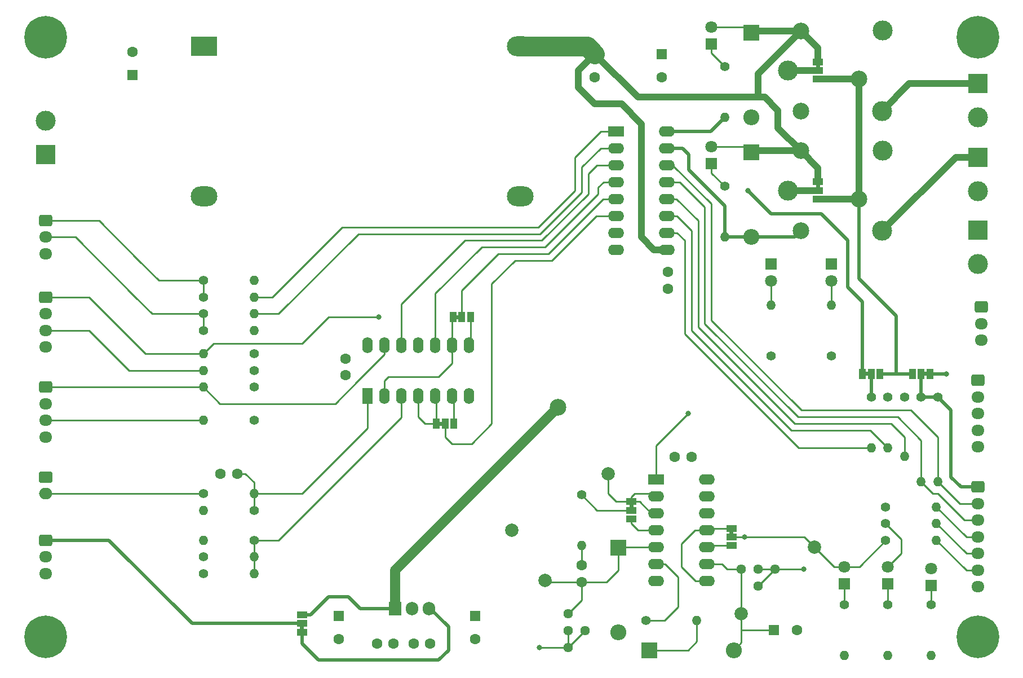
<source format=gbr>
%TF.GenerationSoftware,KiCad,Pcbnew,(6.0.1)*%
%TF.CreationDate,2023-02-05T15:58:29-08:00*%
%TF.ProjectId,Interface Board,496e7465-7266-4616-9365-20426f617264,rev?*%
%TF.SameCoordinates,Original*%
%TF.FileFunction,Copper,L4,Bot*%
%TF.FilePolarity,Positive*%
%FSLAX46Y46*%
G04 Gerber Fmt 4.6, Leading zero omitted, Abs format (unit mm)*
G04 Created by KiCad (PCBNEW (6.0.1)) date 2023-02-05 15:58:29*
%MOMM*%
%LPD*%
G01*
G04 APERTURE LIST*
G04 Aperture macros list*
%AMRoundRect*
0 Rectangle with rounded corners*
0 $1 Rounding radius*
0 $2 $3 $4 $5 $6 $7 $8 $9 X,Y pos of 4 corners*
0 Add a 4 corners polygon primitive as box body*
4,1,4,$2,$3,$4,$5,$6,$7,$8,$9,$2,$3,0*
0 Add four circle primitives for the rounded corners*
1,1,$1+$1,$2,$3*
1,1,$1+$1,$4,$5*
1,1,$1+$1,$6,$7*
1,1,$1+$1,$8,$9*
0 Add four rect primitives between the rounded corners*
20,1,$1+$1,$2,$3,$4,$5,0*
20,1,$1+$1,$4,$5,$6,$7,0*
20,1,$1+$1,$6,$7,$8,$9,0*
20,1,$1+$1,$8,$9,$2,$3,0*%
G04 Aperture macros list end*
%TA.AperFunction,ComponentPad*%
%ADD10C,1.440000*%
%TD*%
%TA.AperFunction,ComponentPad*%
%ADD11C,1.400000*%
%TD*%
%TA.AperFunction,ComponentPad*%
%ADD12O,1.400000X1.400000*%
%TD*%
%TA.AperFunction,ComponentPad*%
%ADD13R,1.800000X1.800000*%
%TD*%
%TA.AperFunction,ComponentPad*%
%ADD14C,1.800000*%
%TD*%
%TA.AperFunction,ComponentPad*%
%ADD15RoundRect,0.250000X-0.725000X0.600000X-0.725000X-0.600000X0.725000X-0.600000X0.725000X0.600000X0*%
%TD*%
%TA.AperFunction,ComponentPad*%
%ADD16O,1.950000X1.700000*%
%TD*%
%TA.AperFunction,ComponentPad*%
%ADD17R,1.600000X1.600000*%
%TD*%
%TA.AperFunction,ComponentPad*%
%ADD18C,1.600000*%
%TD*%
%TA.AperFunction,ComponentPad*%
%ADD19R,3.000000X3.000000*%
%TD*%
%TA.AperFunction,ComponentPad*%
%ADD20C,3.000000*%
%TD*%
%TA.AperFunction,ComponentPad*%
%ADD21R,2.400000X2.400000*%
%TD*%
%TA.AperFunction,ComponentPad*%
%ADD22O,2.400000X2.400000*%
%TD*%
%TA.AperFunction,ComponentPad*%
%ADD23C,2.000000*%
%TD*%
%TA.AperFunction,ComponentPad*%
%ADD24R,4.000000X3.000000*%
%TD*%
%TA.AperFunction,ComponentPad*%
%ADD25O,4.000000X3.000000*%
%TD*%
%TA.AperFunction,ComponentPad*%
%ADD26R,1.905000X2.000000*%
%TD*%
%TA.AperFunction,ComponentPad*%
%ADD27O,1.905000X2.000000*%
%TD*%
%TA.AperFunction,ComponentPad*%
%ADD28C,2.500000*%
%TD*%
%TA.AperFunction,ComponentPad*%
%ADD29R,2.400000X1.600000*%
%TD*%
%TA.AperFunction,ComponentPad*%
%ADD30O,2.400000X1.600000*%
%TD*%
%TA.AperFunction,ComponentPad*%
%ADD31C,0.800000*%
%TD*%
%TA.AperFunction,ComponentPad*%
%ADD32C,6.400000*%
%TD*%
%TA.AperFunction,ComponentPad*%
%ADD33R,1.600000X2.400000*%
%TD*%
%TA.AperFunction,ComponentPad*%
%ADD34O,1.600000X2.400000*%
%TD*%
%TA.AperFunction,ComponentPad*%
%ADD35RoundRect,0.250000X-0.750000X0.600000X-0.750000X-0.600000X0.750000X-0.600000X0.750000X0.600000X0*%
%TD*%
%TA.AperFunction,ComponentPad*%
%ADD36O,2.000000X1.700000*%
%TD*%
%TA.AperFunction,SMDPad,CuDef*%
%ADD37R,1.000000X1.500000*%
%TD*%
%TA.AperFunction,SMDPad,CuDef*%
%ADD38R,1.500000X1.000000*%
%TD*%
%TA.AperFunction,ViaPad*%
%ADD39C,2.500000*%
%TD*%
%TA.AperFunction,ViaPad*%
%ADD40C,0.800000*%
%TD*%
%TA.AperFunction,Conductor*%
%ADD41C,0.250000*%
%TD*%
%TA.AperFunction,Conductor*%
%ADD42C,1.500000*%
%TD*%
%TA.AperFunction,Conductor*%
%ADD43C,1.000000*%
%TD*%
%TA.AperFunction,Conductor*%
%ADD44C,0.500000*%
%TD*%
%TA.AperFunction,Conductor*%
%ADD45C,3.000000*%
%TD*%
G04 APERTURE END LIST*
%TO.C,JP3*%
G36*
X67100000Y52700000D02*
G01*
X66600000Y52700000D01*
X66600000Y53300000D01*
X67100000Y53300000D01*
X67100000Y52700000D01*
G37*
%TO.C,JP1*%
G36*
X121300000Y72400000D02*
G01*
X120700000Y72400000D01*
X120700000Y72900000D01*
X121300000Y72900000D01*
X121300000Y72400000D01*
G37*
%TO.C,JP2*%
G36*
X121300000Y90400000D02*
G01*
X120700000Y90400000D01*
X120700000Y90900000D01*
X121300000Y90900000D01*
X121300000Y90400000D01*
G37*
%TO.C,JP7*%
G36*
X93300000Y24400000D02*
G01*
X92700000Y24400000D01*
X92700000Y24900000D01*
X93300000Y24900000D01*
X93300000Y24400000D01*
G37*
%TO.C,JP5*%
G36*
X128600000Y44200000D02*
G01*
X128100000Y44200000D01*
X128100000Y44800000D01*
X128600000Y44800000D01*
X128600000Y44200000D01*
G37*
%TO.C,JP4*%
G36*
X64600000Y36700000D02*
G01*
X64100000Y36700000D01*
X64100000Y37300000D01*
X64600000Y37300000D01*
X64600000Y36700000D01*
G37*
%TO.C,JP9*%
G36*
X43800000Y6100000D02*
G01*
X43200000Y6100000D01*
X43200000Y6600000D01*
X43800000Y6600000D01*
X43800000Y6100000D01*
G37*
%TO.C,JP6*%
G36*
X108300000Y20400000D02*
G01*
X107700000Y20400000D01*
X107700000Y20900000D01*
X108300000Y20900000D01*
X108300000Y20400000D01*
G37*
%TO.C,JP8*%
G36*
X137400000Y44200000D02*
G01*
X136900000Y44200000D01*
X136900000Y44800000D01*
X137400000Y44800000D01*
X137400000Y44200000D01*
G37*
%TD*%
D10*
%TO.P,RV1,1,1*%
%TO.N,+5V*%
X114550000Y15125000D03*
%TO.P,RV1,2,2*%
X112010000Y15125000D03*
X112010000Y12585000D03*
%TO.P,RV1,3,3*%
%TO.N,Net-(C11-Pad1)*%
X109470000Y15125000D03*
%TD*%
%TO.P,RV2,1,1*%
%TO.N,Net-(C10-Pad2)*%
X83500000Y8500000D03*
%TO.P,RV2,2,2*%
%TO.N,GND*%
X83500000Y5960000D03*
X86040000Y5960000D03*
%TO.P,RV2,3,3*%
X83500000Y3420000D03*
%TD*%
D11*
%TO.P,R1,1*%
%TO.N,Net-(D1-Pad1)*%
X107000000Y72620000D03*
D12*
%TO.P,R1,2*%
%TO.N,Net-(D2-Pad2)*%
X107000000Y65000000D03*
%TD*%
D11*
%TO.P,R26,1*%
%TO.N,Net-(J11-Pad1)*%
X139000000Y41000000D03*
D12*
%TO.P,R26,2*%
%TO.N,Net-(J11-Pad2)*%
X139000000Y28300000D03*
%TD*%
D13*
%TO.P,D3,1,K*%
%TO.N,Net-(D3-Pad1)*%
X105000000Y94000000D03*
D14*
%TO.P,D3,2,A*%
%TO.N,+12V*%
X105000000Y96540000D03*
%TD*%
D15*
%TO.P,J12,1,Pin_1*%
%TO.N,Net-(J12-Pad1)*%
X145000000Y43500000D03*
D16*
%TO.P,J12,2,Pin_2*%
%TO.N,Net-(J12-Pad2)*%
X145000000Y41000000D03*
%TO.P,J12,3,Pin_3*%
%TO.N,Net-(J12-Pad3)*%
X145000000Y38500000D03*
%TO.P,J12,4,Pin_4*%
%TO.N,Net-(J12-Pad4)*%
X145000000Y36000000D03*
%TO.P,J12,5,Pin_5*%
%TO.N,GND*%
X145000000Y33500000D03*
%TD*%
D11*
%TO.P,R9,1*%
%TO.N,Net-(C3-Pad1)*%
X36310000Y24000000D03*
D12*
%TO.P,R9,2*%
%TO.N,+5V*%
X28690000Y24000000D03*
%TD*%
D17*
%TO.P,C11,1*%
%TO.N,Net-(C11-Pad1)*%
X114347349Y6000000D03*
D18*
%TO.P,C11,2*%
%TO.N,GND*%
X117847349Y6000000D03*
%TD*%
%TO.P,C2,1*%
%TO.N,+5V*%
X102000000Y32000000D03*
%TO.P,C2,2*%
%TO.N,GND*%
X99500000Y32000000D03*
%TD*%
D19*
%TO.P,J4,1,Pin_1*%
%TO.N,Net-(J4-Pad1)*%
X145000000Y88040000D03*
D20*
%TO.P,J4,2,Pin_2*%
%TO.N,GND*%
X145000000Y82960000D03*
%TD*%
D21*
%TO.P,D9,1,K*%
%TO.N,Net-(D9-Pad1)*%
X95650000Y3000000D03*
D22*
%TO.P,D9,2,A*%
%TO.N,Net-(C11-Pad1)*%
X108350000Y3000000D03*
%TD*%
D11*
%TO.P,R10,1*%
%TO.N,Net-(J8-Pad2)*%
X28690000Y26500000D03*
D12*
%TO.P,R10,2*%
%TO.N,Net-(C3-Pad1)*%
X36310000Y26500000D03*
%TD*%
D11*
%TO.P,R5,1*%
%TO.N,Net-(J6-Pad1)*%
X114000000Y47190000D03*
D12*
%TO.P,R5,2*%
%TO.N,Net-(D5-Pad2)*%
X114000000Y54810000D03*
%TD*%
D17*
%TO.P,C8,1*%
%TO.N,+24V*%
X18000000Y89347349D03*
D18*
%TO.P,C8,2*%
%TO.N,GND*%
X18000000Y92847349D03*
%TD*%
D23*
%TO.P,TP5,1,1*%
%TO.N,GND*%
X75000000Y21000000D03*
%TD*%
D11*
%TO.P,R16,1*%
%TO.N,Net-(J12-Pad1)*%
X129000000Y41000000D03*
D12*
%TO.P,R16,2*%
%TO.N,Net-(J12-Pad4)*%
X129000000Y33380000D03*
%TD*%
D24*
%TO.P,PS1,1,+Vin*%
%TO.N,+24V*%
X28767500Y93632500D03*
D25*
%TO.P,PS1,2,-Vin*%
%TO.N,GND*%
X28767500Y71132500D03*
%TO.P,PS1,3,-Vout*%
X76267500Y71132500D03*
%TO.P,PS1,4,+Vout*%
%TO.N,+12V*%
X76267500Y93632500D03*
%TD*%
D11*
%TO.P,R19,1*%
%TO.N,Net-(JP7-Pad2)*%
X85500000Y26310000D03*
D12*
%TO.P,R19,2*%
%TO.N,Net-(C10-Pad1)*%
X85500000Y18690000D03*
%TD*%
D11*
%TO.P,R20,1*%
%TO.N,Net-(R20-Pad1)*%
X95190000Y7500000D03*
D12*
%TO.P,R20,2*%
%TO.N,Net-(D9-Pad1)*%
X102810000Y7500000D03*
%TD*%
D11*
%TO.P,R8,1*%
%TO.N,Net-(J6-Pad2)*%
X123000000Y47190000D03*
D12*
%TO.P,R8,2*%
%TO.N,Net-(D6-Pad2)*%
X123000000Y54810000D03*
%TD*%
D13*
%TO.P,D7,1,K*%
%TO.N,Net-(D7-Pad1)*%
X138000000Y12725000D03*
D14*
%TO.P,D7,2,A*%
%TO.N,Net-(D7-Pad2)*%
X138000000Y15265000D03*
%TD*%
D11*
%TO.P,R11,1*%
%TO.N,Net-(D7-Pad1)*%
X138000000Y9810000D03*
D12*
%TO.P,R11,2*%
%TO.N,GND*%
X138000000Y2190000D03*
%TD*%
D11*
%TO.P,R15,1*%
%TO.N,Net-(D8-Pad1)*%
X131500000Y9810000D03*
D12*
%TO.P,R15,2*%
%TO.N,GND*%
X131500000Y2190000D03*
%TD*%
D11*
%TO.P,R25,1*%
%TO.N,Net-(J11-Pad1)*%
X136500000Y41000000D03*
D12*
%TO.P,R25,2*%
%TO.N,Net-(J11-Pad3)*%
X136500000Y28300000D03*
%TD*%
D23*
%TO.P,TP4,1,1*%
%TO.N,Net-(C11-Pad1)*%
X109500000Y8500000D03*
%TD*%
D26*
%TO.P,U3,1,IN*%
%TO.N,+12V*%
X57460000Y9270000D03*
D27*
%TO.P,U3,2,GND*%
%TO.N,GND*%
X60000000Y9270000D03*
%TO.P,U3,3,OUT*%
%TO.N,+5V*%
X62540000Y9270000D03*
%TD*%
D20*
%TO.P,K2,1*%
%TO.N,Net-(JP2-Pad2)*%
X116500000Y90000000D03*
D28*
%TO.P,K2,2*%
%TO.N,Net-(D4-Pad2)*%
X118450000Y83950000D03*
D20*
%TO.P,K2,3*%
%TO.N,Net-(J4-Pad1)*%
X130650000Y83950000D03*
%TO.P,K2,4*%
%TO.N,unconnected-(K2-Pad4)*%
X130700000Y96000000D03*
D28*
%TO.P,K2,5*%
%TO.N,+12V*%
X118450000Y95950000D03*
%TD*%
D11*
%TO.P,R13,1*%
%TO.N,Net-(J9-Pad2)*%
X28690000Y17000000D03*
D12*
%TO.P,R13,2*%
%TO.N,Net-(R12-Pad1)*%
X36310000Y17000000D03*
%TD*%
D29*
%TO.P,U1,1,I1*%
%TO.N,Net-(R27-Pad2)*%
X90700000Y80900000D03*
D30*
%TO.P,U1,2,I2*%
%TO.N,Net-(R28-Pad2)*%
X90700000Y78360000D03*
%TO.P,U1,3,I3*%
%TO.N,Net-(J6-Pad1)*%
X90700000Y75820000D03*
%TO.P,U1,4,I4*%
%TO.N,Net-(J6-Pad2)*%
X90700000Y73280000D03*
%TO.P,U1,5,I5*%
%TO.N,Net-(D7-Pad2)*%
X90700000Y70740000D03*
%TO.P,U1,6,I6*%
%TO.N,Net-(D8-Pad2)*%
X90700000Y68200000D03*
%TO.P,U1,7,I7*%
%TO.N,Net-(D10-Pad2)*%
X90700000Y65660000D03*
%TO.P,U1,8,GND*%
%TO.N,GND*%
X90700000Y63120000D03*
%TO.P,U1,9,COM*%
%TO.N,+12V*%
X98320000Y63120000D03*
%TO.P,U1,10,O7*%
%TO.N,Net-(J12-Pad4)*%
X98320000Y65660000D03*
%TO.P,U1,11,O6*%
%TO.N,Net-(J12-Pad3)*%
X98320000Y68200000D03*
%TO.P,U1,12,O5*%
%TO.N,Net-(J12-Pad2)*%
X98320000Y70740000D03*
%TO.P,U1,13,O4*%
%TO.N,Net-(J11-Pad3)*%
X98320000Y73280000D03*
%TO.P,U1,14,O3*%
%TO.N,Net-(J11-Pad2)*%
X98320000Y75820000D03*
%TO.P,U1,15,O2*%
%TO.N,Net-(D2-Pad2)*%
X98320000Y78360000D03*
%TO.P,U1,16,O1*%
%TO.N,Net-(D4-Pad2)*%
X98320000Y80900000D03*
%TD*%
D21*
%TO.P,D4,1,K*%
%TO.N,+12V*%
X111000000Y95700000D03*
D22*
%TO.P,D4,2,A*%
%TO.N,Net-(D4-Pad2)*%
X111000000Y83000000D03*
%TD*%
D11*
%TO.P,R12,1*%
%TO.N,Net-(R12-Pad1)*%
X36310000Y19500000D03*
D12*
%TO.P,R12,2*%
%TO.N,+5V*%
X28690000Y19500000D03*
%TD*%
D21*
%TO.P,D11,1,K*%
%TO.N,Net-(C10-Pad2)*%
X91000000Y18350000D03*
D22*
%TO.P,D11,2,A*%
%TO.N,GND*%
X91000000Y5650000D03*
%TD*%
D15*
%TO.P,J3,1,Pin_1*%
%TO.N,/RELAY_IN_1*%
X5000000Y67500000D03*
D16*
%TO.P,J3,2,Pin_2*%
%TO.N,/RELAY_IN_2*%
X5000000Y65000000D03*
%TO.P,J3,3,Pin_3*%
%TO.N,GND*%
X5000000Y62500000D03*
%TD*%
D18*
%TO.P,C3,1*%
%TO.N,Net-(C3-Pad1)*%
X33750000Y29500000D03*
%TO.P,C3,2*%
%TO.N,GND*%
X31250000Y29500000D03*
%TD*%
D17*
%TO.P,C6,1*%
%TO.N,+5V*%
X69500000Y8152651D03*
D18*
%TO.P,C6,2*%
%TO.N,GND*%
X69500000Y4652651D03*
%TD*%
D11*
%TO.P,R23,1*%
%TO.N,Net-(D8-Pad2)*%
X131190000Y22000000D03*
D12*
%TO.P,R23,2*%
%TO.N,Net-(J11-Pad5)*%
X138810000Y22000000D03*
%TD*%
D13*
%TO.P,D5,1,K*%
%TO.N,GND*%
X114000000Y61000000D03*
D14*
%TO.P,D5,2,A*%
%TO.N,Net-(D5-Pad2)*%
X114000000Y58460000D03*
%TD*%
D23*
%TO.P,TP3,1,1*%
%TO.N,Net-(C10-Pad2)*%
X80000000Y13500000D03*
%TD*%
D11*
%TO.P,R29,1*%
%TO.N,/RELAY_IN_1*%
X28690000Y58500000D03*
D12*
%TO.P,R29,2*%
%TO.N,GND*%
X36310000Y58500000D03*
%TD*%
D20*
%TO.P,K1,1*%
%TO.N,Net-(JP1-Pad2)*%
X116500000Y72000000D03*
D28*
%TO.P,K1,2*%
%TO.N,Net-(D2-Pad2)*%
X118450000Y65950000D03*
D20*
%TO.P,K1,3*%
%TO.N,Net-(J2-Pad1)*%
X130650000Y65950000D03*
%TO.P,K1,4*%
%TO.N,unconnected-(K1-Pad4)*%
X130700000Y78000000D03*
D28*
%TO.P,K1,5*%
%TO.N,+12V*%
X118450000Y77950000D03*
%TD*%
D19*
%TO.P,J2,1,Pin_1*%
%TO.N,Net-(J2-Pad1)*%
X145000000Y77000000D03*
D20*
%TO.P,J2,2,Pin_2*%
%TO.N,GND*%
X145000000Y71920000D03*
%TD*%
D31*
%TO.P,H5,1*%
%TO.N,N/C*%
X6697056Y93302944D03*
X6697056Y96697056D03*
X7400000Y95000000D03*
D32*
X5000000Y95000000D03*
D31*
X5000000Y97400000D03*
X2600000Y95000000D03*
X3302944Y96697056D03*
X5000000Y92600000D03*
X3302944Y93302944D03*
%TD*%
D15*
%TO.P,J7,1,Pin_1*%
%TO.N,/LSW_Y*%
X5000000Y56000000D03*
D16*
%TO.P,J7,2,Pin_2*%
%TO.N,GND*%
X5000000Y53500000D03*
%TO.P,J7,3,Pin_3*%
%TO.N,Net-(J7-Pad3)*%
X5000000Y51000000D03*
%TO.P,J7,4,Pin_4*%
%TO.N,GND*%
X5000000Y48500000D03*
%TD*%
D13*
%TO.P,D6,1,K*%
%TO.N,GND*%
X123000000Y61000000D03*
D14*
%TO.P,D6,2,A*%
%TO.N,Net-(D6-Pad2)*%
X123000000Y58460000D03*
%TD*%
D11*
%TO.P,R28,1*%
%TO.N,/RELAY_IN_2*%
X28690000Y53500000D03*
D12*
%TO.P,R28,2*%
%TO.N,Net-(R28-Pad2)*%
X36310000Y53500000D03*
%TD*%
D11*
%TO.P,R14,1*%
%TO.N,GND*%
X28690000Y14500000D03*
D12*
%TO.P,R14,2*%
%TO.N,Net-(R12-Pad1)*%
X36310000Y14500000D03*
%TD*%
D31*
%TO.P,H2,1*%
%TO.N,N/C*%
X143302944Y96697056D03*
X145000000Y92600000D03*
X143302944Y93302944D03*
X147400000Y95000000D03*
X146697056Y93302944D03*
X145000000Y97400000D03*
D32*
X145000000Y95000000D03*
D31*
X146697056Y96697056D03*
X142600000Y95000000D03*
%TD*%
D33*
%TO.P,U2,1*%
%TO.N,Net-(C3-Pad1)*%
X53375000Y41200000D03*
D34*
%TO.P,U2,2*%
%TO.N,Net-(JP3-Pad1)*%
X55915000Y41200000D03*
%TO.P,U2,3*%
%TO.N,Net-(R12-Pad1)*%
X58455000Y41200000D03*
%TO.P,U2,4*%
%TO.N,Net-(JP4-Pad1)*%
X60995000Y41200000D03*
%TO.P,U2,5*%
X63535000Y41200000D03*
%TO.P,U2,6*%
%TO.N,Net-(JP4-Pad3)*%
X66075000Y41200000D03*
%TO.P,U2,7,GND*%
%TO.N,GND*%
X68615000Y41200000D03*
%TO.P,U2,8*%
%TO.N,Net-(JP3-Pad3)*%
X68615000Y48820000D03*
%TO.P,U2,9*%
%TO.N,Net-(JP3-Pad1)*%
X66075000Y48820000D03*
%TO.P,U2,10*%
%TO.N,Net-(J6-Pad2)*%
X63535000Y48820000D03*
%TO.P,U2,11*%
%TO.N,/LSW_Y*%
X60995000Y48820000D03*
%TO.P,U2,12*%
%TO.N,Net-(J6-Pad1)*%
X58455000Y48820000D03*
%TO.P,U2,13*%
%TO.N,/LSW_X*%
X55915000Y48820000D03*
%TO.P,U2,14,VCC*%
%TO.N,+5V*%
X53375000Y48820000D03*
%TD*%
D18*
%TO.P,C1,1*%
%TO.N,+12V*%
X98500000Y59750000D03*
%TO.P,C1,2*%
%TO.N,GND*%
X98500000Y57250000D03*
%TD*%
D23*
%TO.P,TP1,1,1*%
%TO.N,Net-(D10-Pad2)*%
X120500000Y18500000D03*
%TD*%
D15*
%TO.P,J5,1,Pin_1*%
%TO.N,/LSW_X*%
X5000000Y42500000D03*
D16*
%TO.P,J5,2,Pin_2*%
%TO.N,GND*%
X5000000Y40000000D03*
%TO.P,J5,3,Pin_3*%
%TO.N,Net-(J5-Pad3)*%
X5000000Y37500000D03*
%TO.P,J5,4,Pin_4*%
%TO.N,GND*%
X5000000Y35000000D03*
%TD*%
D11*
%TO.P,R3,1*%
%TO.N,+5V*%
X36310000Y42500000D03*
D12*
%TO.P,R3,2*%
%TO.N,/LSW_X*%
X28690000Y42500000D03*
%TD*%
D11*
%TO.P,R24,1*%
%TO.N,Net-(D10-Pad2)*%
X131190000Y19500000D03*
D12*
%TO.P,R24,2*%
%TO.N,Net-(J11-Pad6)*%
X138810000Y19500000D03*
%TD*%
D11*
%TO.P,R22,1*%
%TO.N,Net-(D7-Pad2)*%
X131190000Y24500000D03*
D12*
%TO.P,R22,2*%
%TO.N,Net-(J11-Pad4)*%
X138810000Y24500000D03*
%TD*%
D11*
%TO.P,R21,1*%
%TO.N,Net-(D10-Pad1)*%
X125000000Y9810000D03*
D12*
%TO.P,R21,2*%
%TO.N,GND*%
X125000000Y2190000D03*
%TD*%
D18*
%TO.P,C5,1*%
%TO.N,+12V*%
X54750000Y4000000D03*
%TO.P,C5,2*%
%TO.N,GND*%
X57250000Y4000000D03*
%TD*%
D11*
%TO.P,R2,1*%
%TO.N,+5V*%
X36310000Y37500000D03*
D12*
%TO.P,R2,2*%
%TO.N,Net-(J5-Pad3)*%
X28690000Y37500000D03*
%TD*%
D19*
%TO.P,J10,1,Pin_1*%
%TO.N,+12V*%
X145000000Y66040000D03*
D20*
%TO.P,J10,2,Pin_2*%
%TO.N,GND*%
X145000000Y60960000D03*
%TD*%
D17*
%TO.P,C13,1*%
%TO.N,+12V*%
X87500000Y92500000D03*
D18*
%TO.P,C13,2*%
%TO.N,GND*%
X87500000Y89000000D03*
%TD*%
D15*
%TO.P,J11,1,Pin_1*%
%TO.N,Net-(J11-Pad1)*%
X145000000Y27500000D03*
D16*
%TO.P,J11,2,Pin_2*%
%TO.N,Net-(J11-Pad2)*%
X145000000Y25000000D03*
%TO.P,J11,3,Pin_3*%
%TO.N,Net-(J11-Pad3)*%
X145000000Y22500000D03*
%TO.P,J11,4,Pin_4*%
%TO.N,Net-(J11-Pad4)*%
X145000000Y20000000D03*
%TO.P,J11,5,Pin_5*%
%TO.N,Net-(J11-Pad5)*%
X145000000Y17500000D03*
%TO.P,J11,6,Pin_6*%
%TO.N,Net-(J11-Pad6)*%
X145000000Y15000000D03*
%TO.P,J11,7,Pin_7*%
%TO.N,GND*%
X145000000Y12500000D03*
%TD*%
D15*
%TO.P,J6,1,Pin_1*%
%TO.N,Net-(J6-Pad1)*%
X145525000Y54500000D03*
D16*
%TO.P,J6,2,Pin_2*%
%TO.N,Net-(J6-Pad2)*%
X145525000Y52000000D03*
%TO.P,J6,3,Pin_3*%
%TO.N,GND*%
X145525000Y49500000D03*
%TD*%
D29*
%TO.P,U4,1*%
%TO.N,Net-(D8-Pad2)*%
X96700000Y28625000D03*
D30*
%TO.P,U4,2*%
%TO.N,Net-(JP7-Pad1)*%
X96700000Y26085000D03*
%TO.P,U4,3*%
X96700000Y23545000D03*
%TO.P,U4,4*%
%TO.N,Net-(JP7-Pad3)*%
X96700000Y21005000D03*
%TO.P,U4,5*%
%TO.N,Net-(C10-Pad2)*%
X96700000Y18465000D03*
%TO.P,U4,6*%
%TO.N,Net-(R20-Pad1)*%
X96700000Y15925000D03*
%TO.P,U4,7,GND*%
%TO.N,GND*%
X96700000Y13385000D03*
%TO.P,U4,8*%
%TO.N,Net-(JP6-Pad1)*%
X104320000Y13385000D03*
%TO.P,U4,9*%
%TO.N,Net-(C11-Pad1)*%
X104320000Y15925000D03*
%TO.P,U4,10*%
%TO.N,Net-(JP6-Pad3)*%
X104320000Y18465000D03*
%TO.P,U4,11*%
%TO.N,Net-(JP6-Pad1)*%
X104320000Y21005000D03*
%TO.P,U4,12*%
%TO.N,unconnected-(U4-Pad12)*%
X104320000Y23545000D03*
%TO.P,U4,13*%
%TO.N,GND*%
X104320000Y26085000D03*
%TO.P,U4,14,VCC*%
%TO.N,+5V*%
X104320000Y28625000D03*
%TD*%
D11*
%TO.P,R4,1*%
%TO.N,Net-(D3-Pad1)*%
X107000000Y90620000D03*
D12*
%TO.P,R4,2*%
%TO.N,Net-(D4-Pad2)*%
X107000000Y83000000D03*
%TD*%
D17*
%TO.P,C4,1*%
%TO.N,+12V*%
X49000000Y8152651D03*
D18*
%TO.P,C4,2*%
%TO.N,GND*%
X49000000Y4652651D03*
%TD*%
%TO.P,C12,1*%
%TO.N,+5V*%
X50000000Y46750000D03*
%TO.P,C12,2*%
%TO.N,GND*%
X50000000Y44250000D03*
%TD*%
D11*
%TO.P,R30,1*%
%TO.N,/RELAY_IN_2*%
X28690000Y51000000D03*
D12*
%TO.P,R30,2*%
%TO.N,GND*%
X36310000Y51000000D03*
%TD*%
D11*
%TO.P,R18,1*%
%TO.N,Net-(J12-Pad1)*%
X134000000Y41000000D03*
D12*
%TO.P,R18,2*%
%TO.N,Net-(J12-Pad2)*%
X134000000Y32110000D03*
%TD*%
D23*
%TO.P,TP2,1,1*%
%TO.N,Net-(JP7-Pad1)*%
X89500000Y29500000D03*
%TD*%
D11*
%TO.P,R7,1*%
%TO.N,+5V*%
X36310000Y47500000D03*
D12*
%TO.P,R7,2*%
%TO.N,/LSW_Y*%
X28690000Y47500000D03*
%TD*%
D13*
%TO.P,D8,1,K*%
%TO.N,Net-(D8-Pad1)*%
X131500000Y13000000D03*
D14*
%TO.P,D8,2,A*%
%TO.N,Net-(D8-Pad2)*%
X131500000Y15540000D03*
%TD*%
D17*
%TO.P,C9,1*%
%TO.N,+24V*%
X97500000Y92500000D03*
D18*
%TO.P,C9,2*%
%TO.N,GND*%
X97500000Y89000000D03*
%TD*%
D11*
%TO.P,R6,1*%
%TO.N,+5V*%
X36310000Y45000000D03*
D12*
%TO.P,R6,2*%
%TO.N,Net-(J7-Pad3)*%
X28690000Y45000000D03*
%TD*%
D19*
%TO.P,J1,1,Pin_1*%
%TO.N,+24V*%
X5000000Y77420000D03*
D20*
%TO.P,J1,2,Pin_2*%
%TO.N,GND*%
X5000000Y82500000D03*
%TD*%
D31*
%TO.P,H6,1*%
%TO.N,N/C*%
X5000000Y2600000D03*
X2600000Y5000000D03*
X5000000Y7400000D03*
X6697056Y3302944D03*
X3302944Y6697056D03*
X6697056Y6697056D03*
X7400000Y5000000D03*
X3302944Y3302944D03*
D32*
X5000000Y5000000D03*
%TD*%
D13*
%TO.P,D1,1,K*%
%TO.N,Net-(D1-Pad1)*%
X105000000Y76000000D03*
D14*
%TO.P,D1,2,A*%
%TO.N,+12V*%
X105000000Y78540000D03*
%TD*%
D15*
%TO.P,J9,1,Pin_1*%
%TO.N,Net-(J9-Pad1)*%
X5000000Y19500000D03*
D16*
%TO.P,J9,2,Pin_2*%
%TO.N,Net-(J9-Pad2)*%
X5000000Y17000000D03*
%TO.P,J9,3,Pin_3*%
%TO.N,GND*%
X5000000Y14500000D03*
%TD*%
D35*
%TO.P,J8,1,Pin_1*%
%TO.N,GND*%
X5000000Y29000000D03*
D36*
%TO.P,J8,2,Pin_2*%
%TO.N,Net-(J8-Pad2)*%
X5000000Y26500000D03*
%TD*%
D11*
%TO.P,R27,1*%
%TO.N,/RELAY_IN_1*%
X28690000Y56000000D03*
D12*
%TO.P,R27,2*%
%TO.N,Net-(R27-Pad2)*%
X36310000Y56000000D03*
%TD*%
D18*
%TO.P,C7,1*%
%TO.N,+5V*%
X62750000Y4000000D03*
%TO.P,C7,2*%
%TO.N,GND*%
X60250000Y4000000D03*
%TD*%
D31*
%TO.P,H1,1*%
%TO.N,N/C*%
X146697056Y3302944D03*
X147400000Y5000000D03*
X143302944Y3302944D03*
X142600000Y5000000D03*
X145000000Y2600000D03*
X146697056Y6697056D03*
X145000000Y7400000D03*
X143302944Y6697056D03*
D32*
X145000000Y5000000D03*
%TD*%
D21*
%TO.P,D2,1,K*%
%TO.N,+12V*%
X111000000Y77700000D03*
D22*
%TO.P,D2,2,A*%
%TO.N,Net-(D2-Pad2)*%
X111000000Y65000000D03*
%TD*%
D13*
%TO.P,D10,1,K*%
%TO.N,Net-(D10-Pad1)*%
X125000000Y13000000D03*
D14*
%TO.P,D10,2,A*%
%TO.N,Net-(D10-Pad2)*%
X125000000Y15540000D03*
%TD*%
D11*
%TO.P,R17,1*%
%TO.N,Net-(J12-Pad1)*%
X131500000Y41000000D03*
D12*
%TO.P,R17,2*%
%TO.N,Net-(J12-Pad3)*%
X131500000Y33380000D03*
%TD*%
D18*
%TO.P,C10,1*%
%TO.N,Net-(C10-Pad1)*%
X85500000Y15750000D03*
%TO.P,C10,2*%
%TO.N,Net-(C10-Pad2)*%
X85500000Y13250000D03*
%TD*%
D37*
%TO.P,JP3,1,A*%
%TO.N,Net-(JP3-Pad1)*%
X66200000Y53000000D03*
%TO.P,JP3,2,C*%
%TO.N,Net-(D7-Pad2)*%
X67500000Y53000000D03*
%TO.P,JP3,3,B*%
%TO.N,Net-(JP3-Pad3)*%
X68800000Y53000000D03*
%TD*%
D38*
%TO.P,JP1,1,A*%
%TO.N,+12V*%
X121000000Y73300000D03*
%TO.P,JP1,2,C*%
%TO.N,Net-(JP1-Pad2)*%
X121000000Y72000000D03*
%TO.P,JP1,3,B*%
%TO.N,+24V*%
X121000000Y70700000D03*
%TD*%
%TO.P,JP2,1,A*%
%TO.N,+12V*%
X121000000Y91300000D03*
%TO.P,JP2,2,C*%
%TO.N,Net-(JP2-Pad2)*%
X121000000Y90000000D03*
%TO.P,JP2,3,B*%
%TO.N,+24V*%
X121000000Y88700000D03*
%TD*%
%TO.P,JP7,1,A*%
%TO.N,Net-(JP7-Pad1)*%
X93000000Y25300000D03*
%TO.P,JP7,2,C*%
%TO.N,Net-(JP7-Pad2)*%
X93000000Y24000000D03*
%TO.P,JP7,3,B*%
%TO.N,Net-(JP7-Pad3)*%
X93000000Y22700000D03*
%TD*%
D37*
%TO.P,JP5,1,A*%
%TO.N,+12V*%
X127700000Y44500000D03*
%TO.P,JP5,2,C*%
%TO.N,Net-(J12-Pad1)*%
X129000000Y44500000D03*
%TO.P,JP5,3,B*%
%TO.N,+24V*%
X130300000Y44500000D03*
%TD*%
%TO.P,JP4,1,A*%
%TO.N,Net-(JP4-Pad1)*%
X63700000Y37000000D03*
%TO.P,JP4,2,C*%
%TO.N,Net-(D8-Pad2)*%
X65000000Y37000000D03*
%TO.P,JP4,3,B*%
%TO.N,Net-(JP4-Pad3)*%
X66300000Y37000000D03*
%TD*%
D38*
%TO.P,JP9,1,A*%
%TO.N,+5V*%
X43500000Y5700000D03*
%TO.P,JP9,2,C*%
%TO.N,Net-(J9-Pad1)*%
X43500000Y7000000D03*
%TO.P,JP9,3,B*%
%TO.N,+12V*%
X43500000Y8300000D03*
%TD*%
%TO.P,JP6,1,A*%
%TO.N,Net-(JP6-Pad1)*%
X108000000Y21300000D03*
%TO.P,JP6,2,C*%
%TO.N,Net-(D10-Pad2)*%
X108000000Y20000000D03*
%TO.P,JP6,3,B*%
%TO.N,Net-(JP6-Pad3)*%
X108000000Y18700000D03*
%TD*%
D37*
%TO.P,JP8,1,A*%
%TO.N,+5V*%
X137800000Y44500000D03*
%TO.P,JP8,2,C*%
%TO.N,Net-(J11-Pad1)*%
X136500000Y44500000D03*
%TO.P,JP8,3,B*%
%TO.N,+24V*%
X135200000Y44500000D03*
%TD*%
D39*
%TO.N,+12V*%
X82000000Y39500000D03*
D40*
X110500000Y72000000D03*
%TO.N,GND*%
X79175000Y3420000D03*
%TO.N,+5V*%
X140300000Y44500000D03*
X118875000Y15125000D03*
D39*
%TO.N,+24V*%
X127200000Y88700000D03*
X127200000Y70700000D03*
D40*
%TO.N,Net-(D10-Pad2)*%
X110000000Y20000000D03*
%TO.N,/LSW_Y*%
X55000000Y53000000D03*
%TO.N,Net-(D8-Pad2)*%
X101500000Y38500000D03*
%TD*%
D41*
%TO.N,+5V*%
X112010000Y15125000D02*
X114550000Y15125000D01*
%TO.N,GND*%
X83500000Y5960000D02*
X83500000Y3420000D01*
D42*
%TO.N,+12V*%
X57460000Y9270000D02*
X57460000Y14960000D01*
D43*
X121000000Y73300000D02*
X121000000Y75400000D01*
D41*
X105000000Y78540000D02*
X110160000Y78540000D01*
D42*
X57460000Y14960000D02*
X82000000Y39500000D01*
D43*
X115000000Y84000000D02*
X115000000Y81400000D01*
X112000000Y86000000D02*
X112000000Y89500000D01*
X118450000Y95950000D02*
X111250000Y95950000D01*
D44*
X43500000Y8300000D02*
X44800000Y8300000D01*
X125500000Y57500000D02*
X125500000Y64500000D01*
D43*
X115000000Y81400000D02*
X118450000Y77950000D01*
D41*
X105000000Y96540000D02*
X110160000Y96540000D01*
D44*
X121500000Y68500000D02*
X114000000Y68500000D01*
X50500000Y11000000D02*
X52230000Y9270000D01*
D43*
X112000000Y86000000D02*
X113000000Y86000000D01*
X94500000Y82000000D02*
X91500000Y85000000D01*
X121000000Y75400000D02*
X118450000Y77950000D01*
D41*
X110160000Y96540000D02*
X111000000Y95700000D01*
D43*
X111250000Y77950000D02*
X111000000Y77700000D01*
X85000000Y87500000D02*
X85000000Y90000000D01*
X121000000Y91300000D02*
X121000000Y93400000D01*
D45*
X86367500Y93632500D02*
X87500000Y92500000D01*
D44*
X114000000Y68500000D02*
X110500000Y72000000D01*
D43*
X87500000Y85000000D02*
X85000000Y87500000D01*
X113000000Y86000000D02*
X115000000Y84000000D01*
D44*
X47500000Y11000000D02*
X50500000Y11000000D01*
X127700000Y44500000D02*
X127700000Y55300000D01*
D43*
X96380000Y63120000D02*
X94500000Y65000000D01*
X118450000Y95950000D02*
X112750000Y90250000D01*
X118450000Y77950000D02*
X111250000Y77950000D01*
X94000000Y86000000D02*
X87500000Y92500000D01*
X106000000Y86000000D02*
X94000000Y86000000D01*
X106000000Y86000000D02*
X112000000Y86000000D01*
X111250000Y95950000D02*
X111000000Y95700000D01*
D41*
X110160000Y78540000D02*
X111000000Y77700000D01*
D43*
X98320000Y63120000D02*
X96380000Y63120000D01*
X121000000Y93400000D02*
X118450000Y95950000D01*
D44*
X127700000Y55300000D02*
X125500000Y57500000D01*
D43*
X91500000Y85000000D02*
X87500000Y85000000D01*
X94500000Y65000000D02*
X94500000Y82000000D01*
X112000000Y89500000D02*
X112750000Y90250000D01*
D45*
X76267500Y93632500D02*
X86367500Y93632500D01*
D44*
X52230000Y9270000D02*
X57460000Y9270000D01*
D43*
X85000000Y90000000D02*
X87500000Y92500000D01*
D44*
X44800000Y8300000D02*
X47500000Y11000000D01*
X125500000Y64500000D02*
X121500000Y68500000D01*
D41*
%TO.N,GND*%
X83500000Y3420000D02*
X79175000Y3420000D01*
X83500000Y3420000D02*
X86040000Y5960000D01*
D44*
%TO.N,+5V*%
X43500000Y4000000D02*
X46000000Y1500000D01*
D41*
X114550000Y15125000D02*
X118875000Y15125000D01*
X112010000Y12585000D02*
X114550000Y15125000D01*
D44*
X64000000Y1500000D02*
X65500000Y3000000D01*
X137800000Y44500000D02*
X140300000Y44500000D01*
X62730000Y9270000D02*
X62540000Y9270000D01*
X46000000Y1500000D02*
X64000000Y1500000D01*
X65500000Y3000000D02*
X65500000Y6500000D01*
X65500000Y6500000D02*
X62730000Y9270000D01*
X43500000Y5700000D02*
X43500000Y4000000D01*
D41*
%TO.N,Net-(C3-Pad1)*%
X36310000Y24000000D02*
X36310000Y26500000D01*
X33750000Y29500000D02*
X35000000Y29500000D01*
X43500000Y26500000D02*
X53375000Y36375000D01*
X53375000Y36375000D02*
X53375000Y41200000D01*
X35000000Y29500000D02*
X36310000Y28190000D01*
X36310000Y28190000D02*
X36310000Y26500000D01*
X36310000Y26500000D02*
X43500000Y26500000D01*
%TO.N,Net-(D1-Pad1)*%
X105000000Y74620000D02*
X107000000Y72620000D01*
X105000000Y76000000D02*
X105000000Y74620000D01*
%TO.N,Net-(D3-Pad1)*%
X105000000Y94000000D02*
X105000000Y92620000D01*
X105000000Y92620000D02*
X107000000Y90620000D01*
D44*
%TO.N,+24V*%
X127200000Y58800000D02*
X127200000Y70700000D01*
X132800000Y44500000D02*
X132800000Y53200000D01*
X130300000Y44500000D02*
X132800000Y44500000D01*
D43*
X121000000Y70700000D02*
X127200000Y70700000D01*
X127200000Y88700000D02*
X127200000Y70700000D01*
D44*
X132800000Y44500000D02*
X135200000Y44500000D01*
D43*
X121000000Y88700000D02*
X127200000Y88700000D01*
D44*
X132800000Y53200000D02*
X127200000Y58800000D01*
D43*
%TO.N,Net-(J2-Pad1)*%
X141700000Y77000000D02*
X145000000Y77000000D01*
X130650000Y65950000D02*
X141700000Y77000000D01*
%TO.N,Net-(J4-Pad1)*%
X130650000Y83950000D02*
X134740000Y88040000D01*
X134740000Y88040000D02*
X145000000Y88040000D01*
D41*
%TO.N,Net-(J5-Pad3)*%
X28690000Y37500000D02*
X5000000Y37500000D01*
%TO.N,Net-(J7-Pad3)*%
X11500000Y51000000D02*
X5000000Y51000000D01*
X17500000Y45000000D02*
X11500000Y51000000D01*
X28690000Y45000000D02*
X17500000Y45000000D01*
%TO.N,Net-(J8-Pad2)*%
X5000000Y26500000D02*
X28690000Y26500000D01*
D43*
%TO.N,Net-(JP1-Pad2)*%
X121000000Y72000000D02*
X116500000Y72000000D01*
%TO.N,Net-(JP2-Pad2)*%
X121000000Y90000000D02*
X116500000Y90000000D01*
D41*
%TO.N,Net-(JP3-Pad1)*%
X66075000Y52875000D02*
X66200000Y53000000D01*
X66075000Y48820000D02*
X66075000Y52875000D01*
X56500000Y44000000D02*
X64000000Y44000000D01*
X55915000Y41200000D02*
X55915000Y43415000D01*
X66075000Y46075000D02*
X66075000Y48820000D01*
X64000000Y44000000D02*
X66075000Y46075000D01*
X55915000Y43415000D02*
X56500000Y44000000D01*
%TO.N,Net-(JP3-Pad3)*%
X68800000Y53000000D02*
X68800000Y49005000D01*
X68800000Y49005000D02*
X68615000Y48820000D01*
%TO.N,Net-(JP4-Pad1)*%
X62000000Y37000000D02*
X63700000Y37000000D01*
X60995000Y38005000D02*
X62000000Y37000000D01*
X63700000Y41035000D02*
X63535000Y41200000D01*
X63700000Y37000000D02*
X63700000Y41035000D01*
X60995000Y41200000D02*
X60995000Y38005000D01*
%TO.N,Net-(JP4-Pad3)*%
X66300000Y40975000D02*
X66075000Y41200000D01*
X66300000Y37000000D02*
X66300000Y40975000D01*
%TO.N,Net-(R12-Pad1)*%
X40000000Y19500000D02*
X36310000Y19500000D01*
X58455000Y41200000D02*
X58455000Y37955000D01*
X36310000Y14500000D02*
X36310000Y19500000D01*
X58455000Y37955000D02*
X40000000Y19500000D01*
%TO.N,Net-(C10-Pad1)*%
X85500000Y15750000D02*
X85500000Y18690000D01*
%TO.N,Net-(C10-Pad2)*%
X91115000Y18465000D02*
X91000000Y18350000D01*
X96700000Y18465000D02*
X91115000Y18465000D01*
X85500000Y13250000D02*
X85500000Y10500000D01*
X91000000Y15000000D02*
X89250000Y13250000D01*
X80250000Y13250000D02*
X80000000Y13500000D01*
X85500000Y13250000D02*
X80250000Y13250000D01*
X85500000Y10500000D02*
X83500000Y8500000D01*
X89250000Y13250000D02*
X85500000Y13250000D01*
X91000000Y18350000D02*
X91000000Y15000000D01*
%TO.N,Net-(C11-Pad1)*%
X109470000Y15125000D02*
X107375000Y15125000D01*
X109470000Y15125000D02*
X109470000Y5970000D01*
X112000000Y6000000D02*
X109500000Y6000000D01*
X109470000Y4120000D02*
X108350000Y3000000D01*
X109500000Y6000000D02*
X109470000Y5970000D01*
X104320000Y15925000D02*
X106575000Y15925000D01*
X109470000Y5970000D02*
X109470000Y4120000D01*
X114347349Y6000000D02*
X112000000Y6000000D01*
X106575000Y15925000D02*
X107375000Y15125000D01*
%TO.N,Net-(D9-Pad1)*%
X101500000Y3000000D02*
X102810000Y4310000D01*
X95650000Y3000000D02*
X101500000Y3000000D01*
X102810000Y4310000D02*
X102810000Y7500000D01*
%TO.N,Net-(D10-Pad2)*%
X108000000Y20000000D02*
X113000000Y20000000D01*
X120500000Y18500000D02*
X119000000Y20000000D01*
X131190000Y19500000D02*
X127230000Y15540000D01*
X125000000Y15540000D02*
X123460000Y15540000D01*
X123460000Y15540000D02*
X120500000Y18500000D01*
X127230000Y15540000D02*
X125000000Y15540000D01*
X119000000Y20000000D02*
X113000000Y20000000D01*
%TO.N,Net-(D10-Pad1)*%
X125000000Y13000000D02*
X125000000Y9810000D01*
D44*
%TO.N,Net-(J12-Pad1)*%
X129000000Y41000000D02*
X129000000Y44500000D01*
D41*
%TO.N,Net-(JP6-Pad1)*%
X102505000Y21005000D02*
X100500000Y19000000D01*
X108000000Y21300000D02*
X104615000Y21300000D01*
X104320000Y21005000D02*
X102505000Y21005000D01*
X102615000Y13385000D02*
X104320000Y13385000D01*
X100500000Y15500000D02*
X102615000Y13385000D01*
X100500000Y19000000D02*
X100500000Y15500000D01*
X104615000Y21300000D02*
X104320000Y21005000D01*
%TO.N,Net-(JP6-Pad3)*%
X108000000Y18700000D02*
X104555000Y18700000D01*
X104555000Y18700000D02*
X104320000Y18465000D01*
%TO.N,Net-(JP7-Pad1)*%
X96285000Y26500000D02*
X96700000Y26085000D01*
X93000000Y26000000D02*
X93500000Y26500000D01*
X93500000Y26500000D02*
X96285000Y26500000D01*
X89500000Y26500000D02*
X89500000Y29500000D01*
X93000000Y25300000D02*
X93000000Y26000000D01*
X90700000Y25300000D02*
X89500000Y26500000D01*
X96700000Y23545000D02*
X95955000Y23545000D01*
X94200000Y25300000D02*
X93000000Y25300000D01*
X95955000Y23545000D02*
X94200000Y25300000D01*
X93000000Y25300000D02*
X90700000Y25300000D01*
%TO.N,Net-(JP7-Pad2)*%
X87810000Y24000000D02*
X85500000Y26310000D01*
X93000000Y24000000D02*
X87810000Y24000000D01*
%TO.N,Net-(JP7-Pad3)*%
X96700000Y21005000D02*
X93995000Y21005000D01*
X93995000Y21005000D02*
X93000000Y22000000D01*
X93000000Y22000000D02*
X93000000Y22700000D01*
%TO.N,Net-(R20-Pad1)*%
X98075000Y15925000D02*
X100000000Y14000000D01*
X96700000Y15925000D02*
X98075000Y15925000D01*
X100000000Y14000000D02*
X100000000Y9500000D01*
X100000000Y9500000D02*
X98000000Y7500000D01*
X98000000Y7500000D02*
X95190000Y7500000D01*
D44*
%TO.N,Net-(D2-Pad2)*%
X107000000Y65000000D02*
X117500000Y65000000D01*
X117500000Y65000000D02*
X118450000Y65950000D01*
X98320000Y78360000D02*
X100640000Y78360000D01*
X107000000Y69680000D02*
X107000000Y65000000D01*
X101590000Y77410000D02*
X101590000Y75090000D01*
X101590000Y75090000D02*
X107000000Y69680000D01*
X100640000Y78360000D02*
X101590000Y77410000D01*
%TO.N,Net-(D4-Pad2)*%
X104900000Y80900000D02*
X107000000Y83000000D01*
X98320000Y80900000D02*
X104900000Y80900000D01*
D41*
%TO.N,Net-(R27-Pad2)*%
X90700000Y80900000D02*
X88400000Y80900000D01*
X79000000Y66500000D02*
X49500000Y66500000D01*
X49500000Y66500000D02*
X39000000Y56000000D01*
X88400000Y80900000D02*
X84500000Y77000000D01*
X84500000Y77000000D02*
X84500000Y72000000D01*
X39000000Y56000000D02*
X36310000Y56000000D01*
X84500000Y72000000D02*
X79000000Y66500000D01*
%TO.N,Net-(R28-Pad2)*%
X40000000Y53500000D02*
X36310000Y53500000D01*
X85500000Y75500000D02*
X85500000Y71750000D01*
X90700000Y78360000D02*
X88360000Y78360000D01*
X85500000Y71750000D02*
X79250000Y65500000D01*
X52000000Y65500000D02*
X40000000Y53500000D01*
X88360000Y78360000D02*
X85500000Y75500000D01*
X79250000Y65500000D02*
X52000000Y65500000D01*
%TO.N,/RELAY_IN_1*%
X22000000Y58500000D02*
X19000000Y61500000D01*
X13000000Y67500000D02*
X19000000Y61500000D01*
X28690000Y56000000D02*
X28690000Y58500000D01*
X5000000Y67500000D02*
X13000000Y67500000D01*
X28690000Y58500000D02*
X22000000Y58500000D01*
%TO.N,/RELAY_IN_2*%
X18500000Y56000000D02*
X21000000Y53500000D01*
X9500000Y65000000D02*
X18500000Y56000000D01*
X28690000Y53500000D02*
X28690000Y51000000D01*
X21000000Y53500000D02*
X28690000Y53500000D01*
X5000000Y65000000D02*
X9500000Y65000000D01*
%TO.N,/LSW_X*%
X52000000Y43500000D02*
X55915000Y47415000D01*
X55915000Y47415000D02*
X55915000Y48820000D01*
X48500000Y40000000D02*
X52000000Y43500000D01*
X28690000Y42500000D02*
X31190000Y40000000D01*
X31190000Y40000000D02*
X48500000Y40000000D01*
X28690000Y42500000D02*
X5000000Y42500000D01*
%TO.N,/LSW_Y*%
X30190000Y49000000D02*
X43500000Y49000000D01*
X5000000Y56000000D02*
X11500000Y56000000D01*
X20000000Y47500000D02*
X28690000Y47500000D01*
X28690000Y47500000D02*
X30190000Y49000000D01*
X47500000Y53000000D02*
X55000000Y53000000D01*
X43500000Y49000000D02*
X47500000Y53000000D01*
X11500000Y56000000D02*
X20000000Y47500000D01*
D44*
%TO.N,Net-(J11-Pad1)*%
X136500000Y41000000D02*
X139000000Y41000000D01*
X136500000Y44500000D02*
X136500000Y41000000D01*
X141000000Y39000000D02*
X139000000Y41000000D01*
X141000000Y29000000D02*
X141000000Y39000000D01*
X145000000Y27500000D02*
X142500000Y27500000D01*
X142500000Y27500000D02*
X141000000Y29000000D01*
D41*
%TO.N,Net-(J11-Pad2)*%
X98320000Y75820000D02*
X99180000Y75820000D01*
X99180000Y75820000D02*
X105000000Y70000000D01*
X105000000Y70000000D02*
X105000000Y52500000D01*
X145000000Y25000000D02*
X142300000Y25000000D01*
X142300000Y25000000D02*
X139000000Y28300000D01*
X139000000Y35000000D02*
X139000000Y28300000D01*
X105000000Y52500000D02*
X118500000Y39000000D01*
X135000000Y39000000D02*
X139000000Y35000000D01*
X118500000Y39000000D02*
X135000000Y39000000D01*
%TO.N,Net-(J11-Pad3)*%
X145000000Y22500000D02*
X143000000Y22500000D01*
X143000000Y22500000D02*
X139000000Y26500000D01*
X118000000Y38000000D02*
X104000000Y52000000D01*
X139000000Y26500000D02*
X138300000Y26500000D01*
X136500000Y34500000D02*
X133000000Y38000000D01*
X100220000Y73280000D02*
X98320000Y73280000D01*
X104000000Y52000000D02*
X104000000Y69500000D01*
X133000000Y38000000D02*
X118000000Y38000000D01*
X138300000Y26500000D02*
X136500000Y28300000D01*
X136500000Y28300000D02*
X136500000Y34500000D01*
X104000000Y69500000D02*
X100220000Y73280000D01*
%TO.N,Net-(J11-Pad4)*%
X145000000Y20000000D02*
X143310000Y20000000D01*
X143310000Y20000000D02*
X138810000Y24500000D01*
%TO.N,Net-(J11-Pad5)*%
X143310000Y17500000D02*
X138810000Y22000000D01*
X145000000Y17500000D02*
X143310000Y17500000D01*
%TO.N,Net-(J11-Pad6)*%
X145000000Y15000000D02*
X143310000Y15000000D01*
X143310000Y15000000D02*
X138810000Y19500000D01*
%TO.N,Net-(J12-Pad2)*%
X134000000Y32110000D02*
X134000000Y35000000D01*
X134000000Y35000000D02*
X132000000Y37000000D01*
X99760000Y70740000D02*
X98320000Y70740000D01*
X103000000Y51500000D02*
X103000000Y67500000D01*
X132000000Y37000000D02*
X117500000Y37000000D01*
X103000000Y67500000D02*
X99760000Y70740000D01*
X117500000Y37000000D02*
X103000000Y51500000D01*
%TO.N,Net-(J12-Pad3)*%
X102000000Y51000000D02*
X117000000Y36000000D01*
X98320000Y68200000D02*
X99800000Y68200000D01*
X102000000Y66000000D02*
X102000000Y51000000D01*
X128880000Y36000000D02*
X131500000Y33380000D01*
X117000000Y36000000D02*
X128880000Y36000000D01*
X99800000Y68200000D02*
X102000000Y66000000D01*
%TO.N,Net-(J12-Pad4)*%
X101000000Y50500000D02*
X101000000Y64500000D01*
X129000000Y33380000D02*
X118120000Y33380000D01*
X118120000Y33380000D02*
X101000000Y50500000D01*
X99840000Y65660000D02*
X98320000Y65660000D01*
X101000000Y64500000D02*
X99840000Y65660000D01*
%TO.N,Net-(D7-Pad2)*%
X67500000Y57000000D02*
X67500000Y53000000D01*
X88740000Y70740000D02*
X80500000Y62500000D01*
X73000000Y62500000D02*
X67500000Y57000000D01*
X80500000Y62500000D02*
X73000000Y62500000D01*
X90700000Y70740000D02*
X88740000Y70740000D01*
%TO.N,Net-(D5-Pad2)*%
X114000000Y58460000D02*
X114000000Y54810000D01*
%TO.N,Net-(D6-Pad2)*%
X123000000Y58460000D02*
X123000000Y54810000D01*
%TO.N,Net-(D7-Pad1)*%
X138000000Y12725000D02*
X138000000Y9810000D01*
%TO.N,Net-(D8-Pad1)*%
X131500000Y13000000D02*
X131500000Y9810000D01*
%TO.N,Net-(J6-Pad1)*%
X90700000Y75820000D02*
X87820000Y75820000D01*
X86500000Y71500000D02*
X79500000Y64500000D01*
X79500000Y64500000D02*
X68000000Y64500000D01*
X86500000Y74500000D02*
X86500000Y71500000D01*
X58455000Y54955000D02*
X58455000Y48820000D01*
X87820000Y75820000D02*
X86500000Y74500000D01*
X68000000Y64500000D02*
X58455000Y54955000D01*
%TO.N,Net-(J6-Pad2)*%
X88000000Y71500000D02*
X88000000Y72500000D01*
X88780000Y73280000D02*
X90700000Y73280000D01*
X70500000Y63500000D02*
X63535000Y56535000D01*
X88000000Y72500000D02*
X88780000Y73280000D01*
X88000000Y71500000D02*
X80000000Y63500000D01*
X80000000Y63500000D02*
X70500000Y63500000D01*
X63535000Y56535000D02*
X63535000Y48820000D01*
%TO.N,Net-(D8-Pad2)*%
X96700000Y33700000D02*
X101500000Y38500000D01*
X72000000Y37000000D02*
X69000000Y34000000D01*
X96700000Y28625000D02*
X96700000Y33700000D01*
X90700000Y68200000D02*
X87700000Y68200000D01*
X131190000Y22000000D02*
X133500000Y19690000D01*
X87700000Y68200000D02*
X81000000Y61500000D01*
X69000000Y34000000D02*
X66000000Y34000000D01*
X133500000Y19690000D02*
X133500000Y17540000D01*
X75500000Y61500000D02*
X72000000Y58000000D01*
X133500000Y17540000D02*
X131500000Y15540000D01*
X66000000Y34000000D02*
X65000000Y35000000D01*
X81000000Y61500000D02*
X75500000Y61500000D01*
X65000000Y35000000D02*
X65000000Y37000000D01*
X72000000Y58000000D02*
X72000000Y37000000D01*
D44*
%TO.N,Net-(J9-Pad1)*%
X14500000Y19500000D02*
X27000000Y7000000D01*
X27000000Y7000000D02*
X43500000Y7000000D01*
X5000000Y19500000D02*
X14500000Y19500000D01*
%TD*%
M02*

</source>
